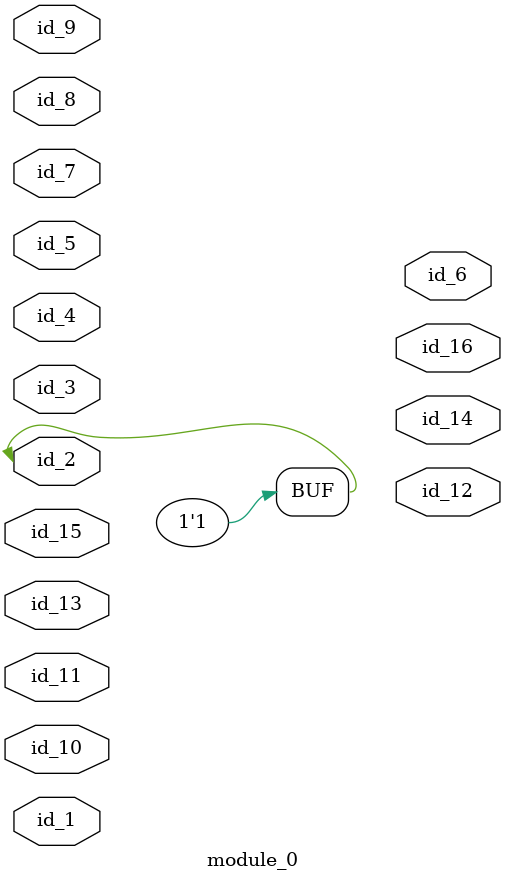
<source format=v>
`timescale 1 ps / 1ps
module module_0 (
    id_1,
    id_2,
    id_3,
    id_4,
    id_5,
    id_6,
    id_7,
    id_8,
    id_9,
    id_10,
    id_11,
    id_12,
    id_13,
    id_14,
    id_15,
    id_16
);
  output id_16;
  input id_15;
  output id_14;
  inout id_13;
  output id_12;
  inout id_11;
  input id_10;
  input id_9;
  inout id_8;
  inout id_7;
  output id_6;
  input id_5;
  inout id_4;
  input id_3;
  inout id_2;
  input id_1;
  assign id_2 = 1;
endmodule

</source>
